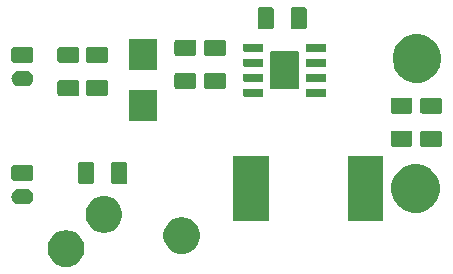
<source format=gbr>
G04 #@! TF.GenerationSoftware,KiCad,Pcbnew,(5.1.5)-3*
G04 #@! TF.CreationDate,2020-10-29T10:50:42+02:00*
G04 #@! TF.ProjectId,al8843,616c3838-3433-42e6-9b69-6361645f7063,rev?*
G04 #@! TF.SameCoordinates,Original*
G04 #@! TF.FileFunction,Soldermask,Top*
G04 #@! TF.FilePolarity,Negative*
%FSLAX46Y46*%
G04 Gerber Fmt 4.6, Leading zero omitted, Abs format (unit mm)*
G04 Created by KiCad (PCBNEW (5.1.5)-3) date 2020-10-29 10:50:42*
%MOMM*%
%LPD*%
G04 APERTURE LIST*
%ADD10C,0.100000*%
G04 APERTURE END LIST*
D10*
G36*
X127780852Y-49574479D02*
G01*
X127952410Y-49608604D01*
X128234674Y-49725521D01*
X128488705Y-49895259D01*
X128704741Y-50111295D01*
X128874479Y-50365326D01*
X128991396Y-50647590D01*
X129051000Y-50947240D01*
X129051000Y-51252760D01*
X128991396Y-51552410D01*
X128874479Y-51834674D01*
X128704741Y-52088705D01*
X128488705Y-52304741D01*
X128234674Y-52474479D01*
X127952410Y-52591396D01*
X127802585Y-52621198D01*
X127652761Y-52651000D01*
X127347239Y-52651000D01*
X127197415Y-52621198D01*
X127047590Y-52591396D01*
X126765326Y-52474479D01*
X126511295Y-52304741D01*
X126295259Y-52088705D01*
X126125521Y-51834674D01*
X126008604Y-51552410D01*
X125949000Y-51252760D01*
X125949000Y-50947240D01*
X126008604Y-50647590D01*
X126125521Y-50365326D01*
X126295259Y-50111295D01*
X126511295Y-49895259D01*
X126765326Y-49725521D01*
X127047590Y-49608604D01*
X127219148Y-49574479D01*
X127347239Y-49549000D01*
X127652761Y-49549000D01*
X127780852Y-49574479D01*
G37*
G36*
X137602585Y-48478802D02*
G01*
X137752410Y-48508604D01*
X138034674Y-48625521D01*
X138288705Y-48795259D01*
X138504741Y-49011295D01*
X138674479Y-49265326D01*
X138791396Y-49547590D01*
X138851000Y-49847240D01*
X138851000Y-50152760D01*
X138791396Y-50452410D01*
X138674479Y-50734674D01*
X138504741Y-50988705D01*
X138288705Y-51204741D01*
X138034674Y-51374479D01*
X137752410Y-51491396D01*
X137602585Y-51521198D01*
X137452761Y-51551000D01*
X137147239Y-51551000D01*
X136997415Y-51521198D01*
X136847590Y-51491396D01*
X136565326Y-51374479D01*
X136311295Y-51204741D01*
X136095259Y-50988705D01*
X135925521Y-50734674D01*
X135808604Y-50452410D01*
X135749000Y-50152760D01*
X135749000Y-49847240D01*
X135808604Y-49547590D01*
X135925521Y-49265326D01*
X136095259Y-49011295D01*
X136311295Y-48795259D01*
X136565326Y-48625521D01*
X136847590Y-48508604D01*
X136997415Y-48478802D01*
X137147239Y-48449000D01*
X137452761Y-48449000D01*
X137602585Y-48478802D01*
G37*
G36*
X131002585Y-46678802D02*
G01*
X131152410Y-46708604D01*
X131434674Y-46825521D01*
X131688705Y-46995259D01*
X131904741Y-47211295D01*
X132074479Y-47465326D01*
X132191396Y-47747590D01*
X132251000Y-48047240D01*
X132251000Y-48352760D01*
X132191396Y-48652410D01*
X132074479Y-48934674D01*
X131904741Y-49188705D01*
X131688705Y-49404741D01*
X131434674Y-49574479D01*
X131152410Y-49691396D01*
X131002585Y-49721198D01*
X130852761Y-49751000D01*
X130547239Y-49751000D01*
X130397415Y-49721198D01*
X130247590Y-49691396D01*
X129965326Y-49574479D01*
X129711295Y-49404741D01*
X129495259Y-49188705D01*
X129325521Y-48934674D01*
X129208604Y-48652410D01*
X129149000Y-48352760D01*
X129149000Y-48047240D01*
X129208604Y-47747590D01*
X129325521Y-47465326D01*
X129495259Y-47211295D01*
X129711295Y-46995259D01*
X129965326Y-46825521D01*
X130247590Y-46708604D01*
X130397415Y-46678802D01*
X130547239Y-46649000D01*
X130852761Y-46649000D01*
X131002585Y-46678802D01*
G37*
G36*
X154351000Y-48751000D02*
G01*
X151349000Y-48751000D01*
X151349000Y-43249000D01*
X154351000Y-43249000D01*
X154351000Y-48751000D01*
G37*
G36*
X144651000Y-48751000D02*
G01*
X141649000Y-48751000D01*
X141649000Y-43249000D01*
X144651000Y-43249000D01*
X144651000Y-48751000D01*
G37*
G36*
X157698254Y-44027818D02*
G01*
X158071511Y-44182426D01*
X158071513Y-44182427D01*
X158277778Y-44320249D01*
X158407436Y-44406884D01*
X158693116Y-44692564D01*
X158917574Y-45028489D01*
X159072182Y-45401746D01*
X159151000Y-45797993D01*
X159151000Y-46202007D01*
X159072182Y-46598254D01*
X158926345Y-46950336D01*
X158917573Y-46971513D01*
X158693116Y-47307436D01*
X158407436Y-47593116D01*
X158071513Y-47817573D01*
X158071512Y-47817574D01*
X158071511Y-47817574D01*
X157698254Y-47972182D01*
X157302007Y-48051000D01*
X156897993Y-48051000D01*
X156501746Y-47972182D01*
X156128489Y-47817574D01*
X156128488Y-47817574D01*
X156128487Y-47817573D01*
X155792564Y-47593116D01*
X155506884Y-47307436D01*
X155282427Y-46971513D01*
X155273655Y-46950336D01*
X155127818Y-46598254D01*
X155049000Y-46202007D01*
X155049000Y-45797993D01*
X155127818Y-45401746D01*
X155282426Y-45028489D01*
X155506884Y-44692564D01*
X155792564Y-44406884D01*
X155922222Y-44320249D01*
X156128487Y-44182427D01*
X156128489Y-44182426D01*
X156501746Y-44027818D01*
X156897993Y-43949000D01*
X157302007Y-43949000D01*
X157698254Y-44027818D01*
G37*
G36*
X124138855Y-46052140D02*
G01*
X124202618Y-46058420D01*
X124293404Y-46085960D01*
X124325336Y-46095646D01*
X124438425Y-46156094D01*
X124537554Y-46237446D01*
X124618906Y-46336575D01*
X124679354Y-46449664D01*
X124679355Y-46449668D01*
X124716580Y-46572382D01*
X124729149Y-46700000D01*
X124716580Y-46827618D01*
X124689040Y-46918404D01*
X124679354Y-46950336D01*
X124618906Y-47063425D01*
X124537554Y-47162554D01*
X124438425Y-47243906D01*
X124325336Y-47304354D01*
X124293404Y-47314040D01*
X124202618Y-47341580D01*
X124138855Y-47347860D01*
X124106974Y-47351000D01*
X123493026Y-47351000D01*
X123461145Y-47347860D01*
X123397382Y-47341580D01*
X123306596Y-47314040D01*
X123274664Y-47304354D01*
X123161575Y-47243906D01*
X123062446Y-47162554D01*
X122981094Y-47063425D01*
X122920646Y-46950336D01*
X122910960Y-46918404D01*
X122883420Y-46827618D01*
X122870851Y-46700000D01*
X122883420Y-46572382D01*
X122920645Y-46449668D01*
X122920646Y-46449664D01*
X122981094Y-46336575D01*
X123062446Y-46237446D01*
X123161575Y-46156094D01*
X123274664Y-46095646D01*
X123306596Y-46085960D01*
X123397382Y-46058420D01*
X123461145Y-46052140D01*
X123493026Y-46049000D01*
X124106974Y-46049000D01*
X124138855Y-46052140D01*
G37*
G36*
X129718604Y-43778347D02*
G01*
X129755144Y-43789432D01*
X129788821Y-43807433D01*
X129818341Y-43831659D01*
X129842567Y-43861179D01*
X129860568Y-43894856D01*
X129871653Y-43931396D01*
X129876000Y-43975538D01*
X129876000Y-45424462D01*
X129871653Y-45468604D01*
X129860568Y-45505144D01*
X129842567Y-45538821D01*
X129818341Y-45568341D01*
X129788821Y-45592567D01*
X129755144Y-45610568D01*
X129718604Y-45621653D01*
X129674462Y-45626000D01*
X128725538Y-45626000D01*
X128681396Y-45621653D01*
X128644856Y-45610568D01*
X128611179Y-45592567D01*
X128581659Y-45568341D01*
X128557433Y-45538821D01*
X128539432Y-45505144D01*
X128528347Y-45468604D01*
X128524000Y-45424462D01*
X128524000Y-43975538D01*
X128528347Y-43931396D01*
X128539432Y-43894856D01*
X128557433Y-43861179D01*
X128581659Y-43831659D01*
X128611179Y-43807433D01*
X128644856Y-43789432D01*
X128681396Y-43778347D01*
X128725538Y-43774000D01*
X129674462Y-43774000D01*
X129718604Y-43778347D01*
G37*
G36*
X132518604Y-43778347D02*
G01*
X132555144Y-43789432D01*
X132588821Y-43807433D01*
X132618341Y-43831659D01*
X132642567Y-43861179D01*
X132660568Y-43894856D01*
X132671653Y-43931396D01*
X132676000Y-43975538D01*
X132676000Y-45424462D01*
X132671653Y-45468604D01*
X132660568Y-45505144D01*
X132642567Y-45538821D01*
X132618341Y-45568341D01*
X132588821Y-45592567D01*
X132555144Y-45610568D01*
X132518604Y-45621653D01*
X132474462Y-45626000D01*
X131525538Y-45626000D01*
X131481396Y-45621653D01*
X131444856Y-45610568D01*
X131411179Y-45592567D01*
X131381659Y-45568341D01*
X131357433Y-45538821D01*
X131339432Y-45505144D01*
X131328347Y-45468604D01*
X131324000Y-45424462D01*
X131324000Y-43975538D01*
X131328347Y-43931396D01*
X131339432Y-43894856D01*
X131357433Y-43861179D01*
X131381659Y-43831659D01*
X131411179Y-43807433D01*
X131444856Y-43789432D01*
X131481396Y-43778347D01*
X131525538Y-43774000D01*
X132474462Y-43774000D01*
X132518604Y-43778347D01*
G37*
G36*
X124566242Y-44053404D02*
G01*
X124603337Y-44064657D01*
X124637515Y-44082925D01*
X124667481Y-44107519D01*
X124692075Y-44137485D01*
X124710343Y-44171663D01*
X124721596Y-44208758D01*
X124726000Y-44253474D01*
X124726000Y-45146526D01*
X124721596Y-45191242D01*
X124710343Y-45228337D01*
X124692075Y-45262515D01*
X124667481Y-45292481D01*
X124637515Y-45317075D01*
X124603337Y-45335343D01*
X124566242Y-45346596D01*
X124521526Y-45351000D01*
X123078474Y-45351000D01*
X123033758Y-45346596D01*
X122996663Y-45335343D01*
X122962485Y-45317075D01*
X122932519Y-45292481D01*
X122907925Y-45262515D01*
X122889657Y-45228337D01*
X122878404Y-45191242D01*
X122874000Y-45146526D01*
X122874000Y-44253474D01*
X122878404Y-44208758D01*
X122889657Y-44171663D01*
X122907925Y-44137485D01*
X122932519Y-44107519D01*
X122962485Y-44082925D01*
X122996663Y-44064657D01*
X123033758Y-44053404D01*
X123078474Y-44049000D01*
X124521526Y-44049000D01*
X124566242Y-44053404D01*
G37*
G36*
X159168604Y-41128347D02*
G01*
X159205144Y-41139432D01*
X159238821Y-41157433D01*
X159268341Y-41181659D01*
X159292567Y-41211179D01*
X159310568Y-41244856D01*
X159321653Y-41281396D01*
X159326000Y-41325538D01*
X159326000Y-42274462D01*
X159321653Y-42318604D01*
X159310568Y-42355144D01*
X159292567Y-42388821D01*
X159268341Y-42418341D01*
X159238821Y-42442567D01*
X159205144Y-42460568D01*
X159168604Y-42471653D01*
X159124462Y-42476000D01*
X157675538Y-42476000D01*
X157631396Y-42471653D01*
X157594856Y-42460568D01*
X157561179Y-42442567D01*
X157531659Y-42418341D01*
X157507433Y-42388821D01*
X157489432Y-42355144D01*
X157478347Y-42318604D01*
X157474000Y-42274462D01*
X157474000Y-41325538D01*
X157478347Y-41281396D01*
X157489432Y-41244856D01*
X157507433Y-41211179D01*
X157531659Y-41181659D01*
X157561179Y-41157433D01*
X157594856Y-41139432D01*
X157631396Y-41128347D01*
X157675538Y-41124000D01*
X159124462Y-41124000D01*
X159168604Y-41128347D01*
G37*
G36*
X156668604Y-41128347D02*
G01*
X156705144Y-41139432D01*
X156738821Y-41157433D01*
X156768341Y-41181659D01*
X156792567Y-41211179D01*
X156810568Y-41244856D01*
X156821653Y-41281396D01*
X156826000Y-41325538D01*
X156826000Y-42274462D01*
X156821653Y-42318604D01*
X156810568Y-42355144D01*
X156792567Y-42388821D01*
X156768341Y-42418341D01*
X156738821Y-42442567D01*
X156705144Y-42460568D01*
X156668604Y-42471653D01*
X156624462Y-42476000D01*
X155175538Y-42476000D01*
X155131396Y-42471653D01*
X155094856Y-42460568D01*
X155061179Y-42442567D01*
X155031659Y-42418341D01*
X155007433Y-42388821D01*
X154989432Y-42355144D01*
X154978347Y-42318604D01*
X154974000Y-42274462D01*
X154974000Y-41325538D01*
X154978347Y-41281396D01*
X154989432Y-41244856D01*
X155007433Y-41211179D01*
X155031659Y-41181659D01*
X155061179Y-41157433D01*
X155094856Y-41139432D01*
X155131396Y-41128347D01*
X155175538Y-41124000D01*
X156624462Y-41124000D01*
X156668604Y-41128347D01*
G37*
G36*
X135201000Y-40301000D02*
G01*
X132799000Y-40301000D01*
X132799000Y-37699000D01*
X135201000Y-37699000D01*
X135201000Y-40301000D01*
G37*
G36*
X156668604Y-38328347D02*
G01*
X156705144Y-38339432D01*
X156738821Y-38357433D01*
X156768341Y-38381659D01*
X156792567Y-38411179D01*
X156810568Y-38444856D01*
X156821653Y-38481396D01*
X156826000Y-38525538D01*
X156826000Y-39474462D01*
X156821653Y-39518604D01*
X156810568Y-39555144D01*
X156792567Y-39588821D01*
X156768341Y-39618341D01*
X156738821Y-39642567D01*
X156705144Y-39660568D01*
X156668604Y-39671653D01*
X156624462Y-39676000D01*
X155175538Y-39676000D01*
X155131396Y-39671653D01*
X155094856Y-39660568D01*
X155061179Y-39642567D01*
X155031659Y-39618341D01*
X155007433Y-39588821D01*
X154989432Y-39555144D01*
X154978347Y-39518604D01*
X154974000Y-39474462D01*
X154974000Y-38525538D01*
X154978347Y-38481396D01*
X154989432Y-38444856D01*
X155007433Y-38411179D01*
X155031659Y-38381659D01*
X155061179Y-38357433D01*
X155094856Y-38339432D01*
X155131396Y-38328347D01*
X155175538Y-38324000D01*
X156624462Y-38324000D01*
X156668604Y-38328347D01*
G37*
G36*
X159168604Y-38328347D02*
G01*
X159205144Y-38339432D01*
X159238821Y-38357433D01*
X159268341Y-38381659D01*
X159292567Y-38411179D01*
X159310568Y-38444856D01*
X159321653Y-38481396D01*
X159326000Y-38525538D01*
X159326000Y-39474462D01*
X159321653Y-39518604D01*
X159310568Y-39555144D01*
X159292567Y-39588821D01*
X159268341Y-39618341D01*
X159238821Y-39642567D01*
X159205144Y-39660568D01*
X159168604Y-39671653D01*
X159124462Y-39676000D01*
X157675538Y-39676000D01*
X157631396Y-39671653D01*
X157594856Y-39660568D01*
X157561179Y-39642567D01*
X157531659Y-39618341D01*
X157507433Y-39588821D01*
X157489432Y-39555144D01*
X157478347Y-39518604D01*
X157474000Y-39474462D01*
X157474000Y-38525538D01*
X157478347Y-38481396D01*
X157489432Y-38444856D01*
X157507433Y-38411179D01*
X157531659Y-38381659D01*
X157561179Y-38357433D01*
X157594856Y-38339432D01*
X157631396Y-38328347D01*
X157675538Y-38324000D01*
X159124462Y-38324000D01*
X159168604Y-38328347D01*
G37*
G36*
X149409928Y-37556764D02*
G01*
X149431009Y-37563160D01*
X149450445Y-37573548D01*
X149467476Y-37587524D01*
X149481452Y-37604555D01*
X149491840Y-37623991D01*
X149498236Y-37645072D01*
X149501000Y-37673140D01*
X149501000Y-38136860D01*
X149498236Y-38164928D01*
X149491840Y-38186009D01*
X149481452Y-38205445D01*
X149467476Y-38222476D01*
X149450445Y-38236452D01*
X149431009Y-38246840D01*
X149409928Y-38253236D01*
X149381860Y-38256000D01*
X147918140Y-38256000D01*
X147890072Y-38253236D01*
X147868991Y-38246840D01*
X147849555Y-38236452D01*
X147832524Y-38222476D01*
X147818548Y-38205445D01*
X147808160Y-38186009D01*
X147801764Y-38164928D01*
X147799000Y-38136860D01*
X147799000Y-37673140D01*
X147801764Y-37645072D01*
X147808160Y-37623991D01*
X147818548Y-37604555D01*
X147832524Y-37587524D01*
X147849555Y-37573548D01*
X147868991Y-37563160D01*
X147890072Y-37556764D01*
X147918140Y-37554000D01*
X149381860Y-37554000D01*
X149409928Y-37556764D01*
G37*
G36*
X144109928Y-37556764D02*
G01*
X144131009Y-37563160D01*
X144150445Y-37573548D01*
X144167476Y-37587524D01*
X144181452Y-37604555D01*
X144191840Y-37623991D01*
X144198236Y-37645072D01*
X144201000Y-37673140D01*
X144201000Y-38136860D01*
X144198236Y-38164928D01*
X144191840Y-38186009D01*
X144181452Y-38205445D01*
X144167476Y-38222476D01*
X144150445Y-38236452D01*
X144131009Y-38246840D01*
X144109928Y-38253236D01*
X144081860Y-38256000D01*
X142618140Y-38256000D01*
X142590072Y-38253236D01*
X142568991Y-38246840D01*
X142549555Y-38236452D01*
X142532524Y-38222476D01*
X142518548Y-38205445D01*
X142508160Y-38186009D01*
X142501764Y-38164928D01*
X142499000Y-38136860D01*
X142499000Y-37673140D01*
X142501764Y-37645072D01*
X142508160Y-37623991D01*
X142518548Y-37604555D01*
X142532524Y-37587524D01*
X142549555Y-37573548D01*
X142568991Y-37563160D01*
X142590072Y-37556764D01*
X142618140Y-37554000D01*
X144081860Y-37554000D01*
X144109928Y-37556764D01*
G37*
G36*
X128468604Y-36828347D02*
G01*
X128505144Y-36839432D01*
X128538821Y-36857433D01*
X128568341Y-36881659D01*
X128592567Y-36911179D01*
X128610568Y-36944856D01*
X128621653Y-36981396D01*
X128626000Y-37025538D01*
X128626000Y-37974462D01*
X128621653Y-38018604D01*
X128610568Y-38055144D01*
X128592567Y-38088821D01*
X128568341Y-38118341D01*
X128538821Y-38142567D01*
X128505144Y-38160568D01*
X128468604Y-38171653D01*
X128424462Y-38176000D01*
X126975538Y-38176000D01*
X126931396Y-38171653D01*
X126894856Y-38160568D01*
X126861179Y-38142567D01*
X126831659Y-38118341D01*
X126807433Y-38088821D01*
X126789432Y-38055144D01*
X126778347Y-38018604D01*
X126774000Y-37974462D01*
X126774000Y-37025538D01*
X126778347Y-36981396D01*
X126789432Y-36944856D01*
X126807433Y-36911179D01*
X126831659Y-36881659D01*
X126861179Y-36857433D01*
X126894856Y-36839432D01*
X126931396Y-36828347D01*
X126975538Y-36824000D01*
X128424462Y-36824000D01*
X128468604Y-36828347D01*
G37*
G36*
X130868604Y-36828347D02*
G01*
X130905144Y-36839432D01*
X130938821Y-36857433D01*
X130968341Y-36881659D01*
X130992567Y-36911179D01*
X131010568Y-36944856D01*
X131021653Y-36981396D01*
X131026000Y-37025538D01*
X131026000Y-37974462D01*
X131021653Y-38018604D01*
X131010568Y-38055144D01*
X130992567Y-38088821D01*
X130968341Y-38118341D01*
X130938821Y-38142567D01*
X130905144Y-38160568D01*
X130868604Y-38171653D01*
X130824462Y-38176000D01*
X129375538Y-38176000D01*
X129331396Y-38171653D01*
X129294856Y-38160568D01*
X129261179Y-38142567D01*
X129231659Y-38118341D01*
X129207433Y-38088821D01*
X129189432Y-38055144D01*
X129178347Y-38018604D01*
X129174000Y-37974462D01*
X129174000Y-37025538D01*
X129178347Y-36981396D01*
X129189432Y-36944856D01*
X129207433Y-36911179D01*
X129231659Y-36881659D01*
X129261179Y-36857433D01*
X129294856Y-36839432D01*
X129331396Y-36828347D01*
X129375538Y-36824000D01*
X130824462Y-36824000D01*
X130868604Y-36828347D01*
G37*
G36*
X147125877Y-34402696D02*
G01*
X147156062Y-34411853D01*
X147183883Y-34426723D01*
X147208266Y-34446734D01*
X147228277Y-34471117D01*
X147243147Y-34498938D01*
X147252304Y-34529123D01*
X147256000Y-34566652D01*
X147256000Y-37433348D01*
X147252304Y-37470877D01*
X147243147Y-37501062D01*
X147228277Y-37528883D01*
X147208266Y-37553266D01*
X147183883Y-37573277D01*
X147156062Y-37588147D01*
X147125877Y-37597304D01*
X147088348Y-37601000D01*
X144911652Y-37601000D01*
X144874123Y-37597304D01*
X144843938Y-37588147D01*
X144816117Y-37573277D01*
X144791734Y-37553266D01*
X144771723Y-37528883D01*
X144756853Y-37501062D01*
X144747696Y-37470877D01*
X144744000Y-37433348D01*
X144744000Y-34566652D01*
X144747696Y-34529123D01*
X144756853Y-34498938D01*
X144771723Y-34471117D01*
X144791734Y-34446734D01*
X144816117Y-34426723D01*
X144843938Y-34411853D01*
X144874123Y-34402696D01*
X144911652Y-34399000D01*
X147088348Y-34399000D01*
X147125877Y-34402696D01*
G37*
G36*
X138368604Y-36228347D02*
G01*
X138405144Y-36239432D01*
X138438821Y-36257433D01*
X138468341Y-36281659D01*
X138492567Y-36311179D01*
X138510568Y-36344856D01*
X138521653Y-36381396D01*
X138526000Y-36425538D01*
X138526000Y-37374462D01*
X138521653Y-37418604D01*
X138510568Y-37455144D01*
X138492567Y-37488821D01*
X138468341Y-37518341D01*
X138438821Y-37542567D01*
X138405144Y-37560568D01*
X138368604Y-37571653D01*
X138324462Y-37576000D01*
X136875538Y-37576000D01*
X136831396Y-37571653D01*
X136794856Y-37560568D01*
X136761179Y-37542567D01*
X136731659Y-37518341D01*
X136707433Y-37488821D01*
X136689432Y-37455144D01*
X136678347Y-37418604D01*
X136674000Y-37374462D01*
X136674000Y-36425538D01*
X136678347Y-36381396D01*
X136689432Y-36344856D01*
X136707433Y-36311179D01*
X136731659Y-36281659D01*
X136761179Y-36257433D01*
X136794856Y-36239432D01*
X136831396Y-36228347D01*
X136875538Y-36224000D01*
X138324462Y-36224000D01*
X138368604Y-36228347D01*
G37*
G36*
X140868604Y-36228347D02*
G01*
X140905144Y-36239432D01*
X140938821Y-36257433D01*
X140968341Y-36281659D01*
X140992567Y-36311179D01*
X141010568Y-36344856D01*
X141021653Y-36381396D01*
X141026000Y-36425538D01*
X141026000Y-37374462D01*
X141021653Y-37418604D01*
X141010568Y-37455144D01*
X140992567Y-37488821D01*
X140968341Y-37518341D01*
X140938821Y-37542567D01*
X140905144Y-37560568D01*
X140868604Y-37571653D01*
X140824462Y-37576000D01*
X139375538Y-37576000D01*
X139331396Y-37571653D01*
X139294856Y-37560568D01*
X139261179Y-37542567D01*
X139231659Y-37518341D01*
X139207433Y-37488821D01*
X139189432Y-37455144D01*
X139178347Y-37418604D01*
X139174000Y-37374462D01*
X139174000Y-36425538D01*
X139178347Y-36381396D01*
X139189432Y-36344856D01*
X139207433Y-36311179D01*
X139231659Y-36281659D01*
X139261179Y-36257433D01*
X139294856Y-36239432D01*
X139331396Y-36228347D01*
X139375538Y-36224000D01*
X140824462Y-36224000D01*
X140868604Y-36228347D01*
G37*
G36*
X124138855Y-36052140D02*
G01*
X124202618Y-36058420D01*
X124293404Y-36085960D01*
X124325336Y-36095646D01*
X124438425Y-36156094D01*
X124537554Y-36237446D01*
X124618906Y-36336575D01*
X124679354Y-36449664D01*
X124679355Y-36449668D01*
X124716580Y-36572382D01*
X124729149Y-36700000D01*
X124716580Y-36827618D01*
X124700187Y-36881659D01*
X124679354Y-36950336D01*
X124618906Y-37063425D01*
X124537554Y-37162554D01*
X124438425Y-37243906D01*
X124325336Y-37304354D01*
X124321228Y-37305600D01*
X124202618Y-37341580D01*
X124138855Y-37347860D01*
X124106974Y-37351000D01*
X123493026Y-37351000D01*
X123461145Y-37347860D01*
X123397382Y-37341580D01*
X123278772Y-37305600D01*
X123274664Y-37304354D01*
X123161575Y-37243906D01*
X123062446Y-37162554D01*
X122981094Y-37063425D01*
X122920646Y-36950336D01*
X122899813Y-36881659D01*
X122883420Y-36827618D01*
X122870851Y-36700000D01*
X122883420Y-36572382D01*
X122920645Y-36449668D01*
X122920646Y-36449664D01*
X122981094Y-36336575D01*
X123062446Y-36237446D01*
X123161575Y-36156094D01*
X123274664Y-36095646D01*
X123306596Y-36085960D01*
X123397382Y-36058420D01*
X123461145Y-36052140D01*
X123493026Y-36049000D01*
X124106974Y-36049000D01*
X124138855Y-36052140D01*
G37*
G36*
X157798254Y-33027818D02*
G01*
X158171511Y-33182426D01*
X158171513Y-33182427D01*
X158507436Y-33406884D01*
X158793116Y-33692564D01*
X158879601Y-33821997D01*
X159017574Y-34028489D01*
X159172182Y-34401746D01*
X159251000Y-34797993D01*
X159251000Y-35202007D01*
X159172182Y-35598254D01*
X159123410Y-35716000D01*
X159017573Y-35971513D01*
X158793116Y-36307436D01*
X158507436Y-36593116D01*
X158171513Y-36817573D01*
X158171512Y-36817574D01*
X158171511Y-36817574D01*
X157798254Y-36972182D01*
X157402007Y-37051000D01*
X156997993Y-37051000D01*
X156601746Y-36972182D01*
X156228489Y-36817574D01*
X156228488Y-36817574D01*
X156228487Y-36817573D01*
X155892564Y-36593116D01*
X155606884Y-36307436D01*
X155382427Y-35971513D01*
X155276590Y-35716000D01*
X155227818Y-35598254D01*
X155149000Y-35202007D01*
X155149000Y-34797993D01*
X155227818Y-34401746D01*
X155382426Y-34028489D01*
X155520400Y-33821997D01*
X155606884Y-33692564D01*
X155892564Y-33406884D01*
X156228487Y-33182427D01*
X156228489Y-33182426D01*
X156601746Y-33027818D01*
X156997993Y-32949000D01*
X157402007Y-32949000D01*
X157798254Y-33027818D01*
G37*
G36*
X149409928Y-36286764D02*
G01*
X149431009Y-36293160D01*
X149450445Y-36303548D01*
X149467476Y-36317524D01*
X149481452Y-36334555D01*
X149491840Y-36353991D01*
X149498236Y-36375072D01*
X149501000Y-36403140D01*
X149501000Y-36866860D01*
X149498236Y-36894928D01*
X149491840Y-36916009D01*
X149481452Y-36935445D01*
X149467476Y-36952476D01*
X149450445Y-36966452D01*
X149431009Y-36976840D01*
X149409928Y-36983236D01*
X149381860Y-36986000D01*
X147918140Y-36986000D01*
X147890072Y-36983236D01*
X147868991Y-36976840D01*
X147849555Y-36966452D01*
X147832524Y-36952476D01*
X147818548Y-36935445D01*
X147808160Y-36916009D01*
X147801764Y-36894928D01*
X147799000Y-36866860D01*
X147799000Y-36403140D01*
X147801764Y-36375072D01*
X147808160Y-36353991D01*
X147818548Y-36334555D01*
X147832524Y-36317524D01*
X147849555Y-36303548D01*
X147868991Y-36293160D01*
X147890072Y-36286764D01*
X147918140Y-36284000D01*
X149381860Y-36284000D01*
X149409928Y-36286764D01*
G37*
G36*
X144109928Y-36286764D02*
G01*
X144131009Y-36293160D01*
X144150445Y-36303548D01*
X144167476Y-36317524D01*
X144181452Y-36334555D01*
X144191840Y-36353991D01*
X144198236Y-36375072D01*
X144201000Y-36403140D01*
X144201000Y-36866860D01*
X144198236Y-36894928D01*
X144191840Y-36916009D01*
X144181452Y-36935445D01*
X144167476Y-36952476D01*
X144150445Y-36966452D01*
X144131009Y-36976840D01*
X144109928Y-36983236D01*
X144081860Y-36986000D01*
X142618140Y-36986000D01*
X142590072Y-36983236D01*
X142568991Y-36976840D01*
X142549555Y-36966452D01*
X142532524Y-36952476D01*
X142518548Y-36935445D01*
X142508160Y-36916009D01*
X142501764Y-36894928D01*
X142499000Y-36866860D01*
X142499000Y-36403140D01*
X142501764Y-36375072D01*
X142508160Y-36353991D01*
X142518548Y-36334555D01*
X142532524Y-36317524D01*
X142549555Y-36303548D01*
X142568991Y-36293160D01*
X142590072Y-36286764D01*
X142618140Y-36284000D01*
X144081860Y-36284000D01*
X144109928Y-36286764D01*
G37*
G36*
X135201000Y-36001000D02*
G01*
X132799000Y-36001000D01*
X132799000Y-33399000D01*
X135201000Y-33399000D01*
X135201000Y-36001000D01*
G37*
G36*
X149409928Y-35016764D02*
G01*
X149431009Y-35023160D01*
X149450445Y-35033548D01*
X149467476Y-35047524D01*
X149481452Y-35064555D01*
X149491840Y-35083991D01*
X149498236Y-35105072D01*
X149501000Y-35133140D01*
X149501000Y-35596860D01*
X149498236Y-35624928D01*
X149491840Y-35646009D01*
X149481452Y-35665445D01*
X149467476Y-35682476D01*
X149450445Y-35696452D01*
X149431009Y-35706840D01*
X149409928Y-35713236D01*
X149381860Y-35716000D01*
X147918140Y-35716000D01*
X147890072Y-35713236D01*
X147868991Y-35706840D01*
X147849555Y-35696452D01*
X147832524Y-35682476D01*
X147818548Y-35665445D01*
X147808160Y-35646009D01*
X147801764Y-35624928D01*
X147799000Y-35596860D01*
X147799000Y-35133140D01*
X147801764Y-35105072D01*
X147808160Y-35083991D01*
X147818548Y-35064555D01*
X147832524Y-35047524D01*
X147849555Y-35033548D01*
X147868991Y-35023160D01*
X147890072Y-35016764D01*
X147918140Y-35014000D01*
X149381860Y-35014000D01*
X149409928Y-35016764D01*
G37*
G36*
X144109928Y-35016764D02*
G01*
X144131009Y-35023160D01*
X144150445Y-35033548D01*
X144167476Y-35047524D01*
X144181452Y-35064555D01*
X144191840Y-35083991D01*
X144198236Y-35105072D01*
X144201000Y-35133140D01*
X144201000Y-35596860D01*
X144198236Y-35624928D01*
X144191840Y-35646009D01*
X144181452Y-35665445D01*
X144167476Y-35682476D01*
X144150445Y-35696452D01*
X144131009Y-35706840D01*
X144109928Y-35713236D01*
X144081860Y-35716000D01*
X142618140Y-35716000D01*
X142590072Y-35713236D01*
X142568991Y-35706840D01*
X142549555Y-35696452D01*
X142532524Y-35682476D01*
X142518548Y-35665445D01*
X142508160Y-35646009D01*
X142501764Y-35624928D01*
X142499000Y-35596860D01*
X142499000Y-35133140D01*
X142501764Y-35105072D01*
X142508160Y-35083991D01*
X142518548Y-35064555D01*
X142532524Y-35047524D01*
X142549555Y-35033548D01*
X142568991Y-35023160D01*
X142590072Y-35016764D01*
X142618140Y-35014000D01*
X144081860Y-35014000D01*
X144109928Y-35016764D01*
G37*
G36*
X130868604Y-34028347D02*
G01*
X130905144Y-34039432D01*
X130938821Y-34057433D01*
X130968341Y-34081659D01*
X130992567Y-34111179D01*
X131010568Y-34144856D01*
X131021653Y-34181396D01*
X131026000Y-34225538D01*
X131026000Y-35174462D01*
X131021653Y-35218604D01*
X131010568Y-35255144D01*
X130992567Y-35288821D01*
X130968341Y-35318341D01*
X130938821Y-35342567D01*
X130905144Y-35360568D01*
X130868604Y-35371653D01*
X130824462Y-35376000D01*
X129375538Y-35376000D01*
X129331396Y-35371653D01*
X129294856Y-35360568D01*
X129261179Y-35342567D01*
X129231659Y-35318341D01*
X129207433Y-35288821D01*
X129189432Y-35255144D01*
X129178347Y-35218604D01*
X129174000Y-35174462D01*
X129174000Y-34225538D01*
X129178347Y-34181396D01*
X129189432Y-34144856D01*
X129207433Y-34111179D01*
X129231659Y-34081659D01*
X129261179Y-34057433D01*
X129294856Y-34039432D01*
X129331396Y-34028347D01*
X129375538Y-34024000D01*
X130824462Y-34024000D01*
X130868604Y-34028347D01*
G37*
G36*
X128468604Y-34028347D02*
G01*
X128505144Y-34039432D01*
X128538821Y-34057433D01*
X128568341Y-34081659D01*
X128592567Y-34111179D01*
X128610568Y-34144856D01*
X128621653Y-34181396D01*
X128626000Y-34225538D01*
X128626000Y-35174462D01*
X128621653Y-35218604D01*
X128610568Y-35255144D01*
X128592567Y-35288821D01*
X128568341Y-35318341D01*
X128538821Y-35342567D01*
X128505144Y-35360568D01*
X128468604Y-35371653D01*
X128424462Y-35376000D01*
X126975538Y-35376000D01*
X126931396Y-35371653D01*
X126894856Y-35360568D01*
X126861179Y-35342567D01*
X126831659Y-35318341D01*
X126807433Y-35288821D01*
X126789432Y-35255144D01*
X126778347Y-35218604D01*
X126774000Y-35174462D01*
X126774000Y-34225538D01*
X126778347Y-34181396D01*
X126789432Y-34144856D01*
X126807433Y-34111179D01*
X126831659Y-34081659D01*
X126861179Y-34057433D01*
X126894856Y-34039432D01*
X126931396Y-34028347D01*
X126975538Y-34024000D01*
X128424462Y-34024000D01*
X128468604Y-34028347D01*
G37*
G36*
X124566242Y-34053404D02*
G01*
X124603337Y-34064657D01*
X124637515Y-34082925D01*
X124667481Y-34107519D01*
X124692075Y-34137485D01*
X124710343Y-34171663D01*
X124721596Y-34208758D01*
X124726000Y-34253474D01*
X124726000Y-35146526D01*
X124721596Y-35191242D01*
X124710343Y-35228337D01*
X124692075Y-35262515D01*
X124667481Y-35292481D01*
X124637515Y-35317075D01*
X124603337Y-35335343D01*
X124566242Y-35346596D01*
X124521526Y-35351000D01*
X123078474Y-35351000D01*
X123033758Y-35346596D01*
X122996663Y-35335343D01*
X122962485Y-35317075D01*
X122932519Y-35292481D01*
X122907925Y-35262515D01*
X122889657Y-35228337D01*
X122878404Y-35191242D01*
X122874000Y-35146526D01*
X122874000Y-34253474D01*
X122878404Y-34208758D01*
X122889657Y-34171663D01*
X122907925Y-34137485D01*
X122932519Y-34107519D01*
X122962485Y-34082925D01*
X122996663Y-34064657D01*
X123033758Y-34053404D01*
X123078474Y-34049000D01*
X124521526Y-34049000D01*
X124566242Y-34053404D01*
G37*
G36*
X140868604Y-33428347D02*
G01*
X140905144Y-33439432D01*
X140938821Y-33457433D01*
X140968341Y-33481659D01*
X140992567Y-33511179D01*
X141010568Y-33544856D01*
X141021653Y-33581396D01*
X141026000Y-33625538D01*
X141026000Y-34574462D01*
X141021653Y-34618604D01*
X141010568Y-34655144D01*
X140992567Y-34688821D01*
X140968341Y-34718341D01*
X140938821Y-34742567D01*
X140905144Y-34760568D01*
X140868604Y-34771653D01*
X140824462Y-34776000D01*
X139375538Y-34776000D01*
X139331396Y-34771653D01*
X139294856Y-34760568D01*
X139261179Y-34742567D01*
X139231659Y-34718341D01*
X139207433Y-34688821D01*
X139189432Y-34655144D01*
X139178347Y-34618604D01*
X139174000Y-34574462D01*
X139174000Y-33625538D01*
X139178347Y-33581396D01*
X139189432Y-33544856D01*
X139207433Y-33511179D01*
X139231659Y-33481659D01*
X139261179Y-33457433D01*
X139294856Y-33439432D01*
X139331396Y-33428347D01*
X139375538Y-33424000D01*
X140824462Y-33424000D01*
X140868604Y-33428347D01*
G37*
G36*
X138368604Y-33428347D02*
G01*
X138405144Y-33439432D01*
X138438821Y-33457433D01*
X138468341Y-33481659D01*
X138492567Y-33511179D01*
X138510568Y-33544856D01*
X138521653Y-33581396D01*
X138526000Y-33625538D01*
X138526000Y-34574462D01*
X138521653Y-34618604D01*
X138510568Y-34655144D01*
X138492567Y-34688821D01*
X138468341Y-34718341D01*
X138438821Y-34742567D01*
X138405144Y-34760568D01*
X138368604Y-34771653D01*
X138324462Y-34776000D01*
X136875538Y-34776000D01*
X136831396Y-34771653D01*
X136794856Y-34760568D01*
X136761179Y-34742567D01*
X136731659Y-34718341D01*
X136707433Y-34688821D01*
X136689432Y-34655144D01*
X136678347Y-34618604D01*
X136674000Y-34574462D01*
X136674000Y-33625538D01*
X136678347Y-33581396D01*
X136689432Y-33544856D01*
X136707433Y-33511179D01*
X136731659Y-33481659D01*
X136761179Y-33457433D01*
X136794856Y-33439432D01*
X136831396Y-33428347D01*
X136875538Y-33424000D01*
X138324462Y-33424000D01*
X138368604Y-33428347D01*
G37*
G36*
X144109928Y-33746764D02*
G01*
X144131009Y-33753160D01*
X144150445Y-33763548D01*
X144167476Y-33777524D01*
X144181452Y-33794555D01*
X144191840Y-33813991D01*
X144198236Y-33835072D01*
X144201000Y-33863140D01*
X144201000Y-34326860D01*
X144198236Y-34354928D01*
X144191840Y-34376009D01*
X144181452Y-34395445D01*
X144167476Y-34412476D01*
X144150445Y-34426452D01*
X144131009Y-34436840D01*
X144109928Y-34443236D01*
X144081860Y-34446000D01*
X142618140Y-34446000D01*
X142590072Y-34443236D01*
X142568991Y-34436840D01*
X142549555Y-34426452D01*
X142532524Y-34412476D01*
X142518548Y-34395445D01*
X142508160Y-34376009D01*
X142501764Y-34354928D01*
X142499000Y-34326860D01*
X142499000Y-33863140D01*
X142501764Y-33835072D01*
X142508160Y-33813991D01*
X142518548Y-33794555D01*
X142532524Y-33777524D01*
X142549555Y-33763548D01*
X142568991Y-33753160D01*
X142590072Y-33746764D01*
X142618140Y-33744000D01*
X144081860Y-33744000D01*
X144109928Y-33746764D01*
G37*
G36*
X149409928Y-33746764D02*
G01*
X149431009Y-33753160D01*
X149450445Y-33763548D01*
X149467476Y-33777524D01*
X149481452Y-33794555D01*
X149491840Y-33813991D01*
X149498236Y-33835072D01*
X149501000Y-33863140D01*
X149501000Y-34326860D01*
X149498236Y-34354928D01*
X149491840Y-34376009D01*
X149481452Y-34395445D01*
X149467476Y-34412476D01*
X149450445Y-34426452D01*
X149431009Y-34436840D01*
X149409928Y-34443236D01*
X149381860Y-34446000D01*
X147918140Y-34446000D01*
X147890072Y-34443236D01*
X147868991Y-34436840D01*
X147849555Y-34426452D01*
X147832524Y-34412476D01*
X147818548Y-34395445D01*
X147808160Y-34376009D01*
X147801764Y-34354928D01*
X147799000Y-34326860D01*
X147799000Y-33863140D01*
X147801764Y-33835072D01*
X147808160Y-33813991D01*
X147818548Y-33794555D01*
X147832524Y-33777524D01*
X147849555Y-33763548D01*
X147868991Y-33753160D01*
X147890072Y-33746764D01*
X147918140Y-33744000D01*
X149381860Y-33744000D01*
X149409928Y-33746764D01*
G37*
G36*
X144918604Y-30678347D02*
G01*
X144955144Y-30689432D01*
X144988821Y-30707433D01*
X145018341Y-30731659D01*
X145042567Y-30761179D01*
X145060568Y-30794856D01*
X145071653Y-30831396D01*
X145076000Y-30875538D01*
X145076000Y-32324462D01*
X145071653Y-32368604D01*
X145060568Y-32405144D01*
X145042567Y-32438821D01*
X145018341Y-32468341D01*
X144988821Y-32492567D01*
X144955144Y-32510568D01*
X144918604Y-32521653D01*
X144874462Y-32526000D01*
X143925538Y-32526000D01*
X143881396Y-32521653D01*
X143844856Y-32510568D01*
X143811179Y-32492567D01*
X143781659Y-32468341D01*
X143757433Y-32438821D01*
X143739432Y-32405144D01*
X143728347Y-32368604D01*
X143724000Y-32324462D01*
X143724000Y-30875538D01*
X143728347Y-30831396D01*
X143739432Y-30794856D01*
X143757433Y-30761179D01*
X143781659Y-30731659D01*
X143811179Y-30707433D01*
X143844856Y-30689432D01*
X143881396Y-30678347D01*
X143925538Y-30674000D01*
X144874462Y-30674000D01*
X144918604Y-30678347D01*
G37*
G36*
X147718604Y-30678347D02*
G01*
X147755144Y-30689432D01*
X147788821Y-30707433D01*
X147818341Y-30731659D01*
X147842567Y-30761179D01*
X147860568Y-30794856D01*
X147871653Y-30831396D01*
X147876000Y-30875538D01*
X147876000Y-32324462D01*
X147871653Y-32368604D01*
X147860568Y-32405144D01*
X147842567Y-32438821D01*
X147818341Y-32468341D01*
X147788821Y-32492567D01*
X147755144Y-32510568D01*
X147718604Y-32521653D01*
X147674462Y-32526000D01*
X146725538Y-32526000D01*
X146681396Y-32521653D01*
X146644856Y-32510568D01*
X146611179Y-32492567D01*
X146581659Y-32468341D01*
X146557433Y-32438821D01*
X146539432Y-32405144D01*
X146528347Y-32368604D01*
X146524000Y-32324462D01*
X146524000Y-30875538D01*
X146528347Y-30831396D01*
X146539432Y-30794856D01*
X146557433Y-30761179D01*
X146581659Y-30731659D01*
X146611179Y-30707433D01*
X146644856Y-30689432D01*
X146681396Y-30678347D01*
X146725538Y-30674000D01*
X147674462Y-30674000D01*
X147718604Y-30678347D01*
G37*
M02*

</source>
